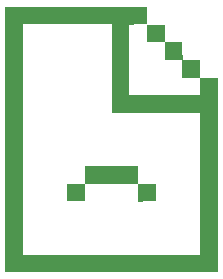
<source format=gbr>
%TF.GenerationSoftware,KiCad,Pcbnew,8.0.6*%
%TF.CreationDate,2024-11-11T17:29:18+03:00*%
%TF.ProjectId,broken-file badge,62726f6b-656e-42d6-9669-6c6520626164,rev?*%
%TF.SameCoordinates,Original*%
%TF.FileFunction,Legend,Top*%
%TF.FilePolarity,Positive*%
%FSLAX46Y46*%
G04 Gerber Fmt 4.6, Leading zero omitted, Abs format (unit mm)*
G04 Created by KiCad (PCBNEW 8.0.6) date 2024-11-11 17:29:18*
%MOMM*%
%LPD*%
G01*
G04 APERTURE LIST*
%ADD10C,0.000000*%
G04 APERTURE END LIST*
D10*
%TO.C,G\u002A\u002A\u002A*%
G36*
X50620902Y-47840000D02*
G01*
X50610000Y-48570000D01*
X49860000Y-48580882D01*
X49110000Y-48591765D01*
X49110000Y-47850882D01*
X49110000Y-47110000D01*
X49870902Y-47110000D01*
X50631804Y-47110000D01*
X50620902Y-47840000D01*
G37*
G36*
X51350000Y-34370000D02*
G01*
X51350000Y-35110000D01*
X50610000Y-35110000D01*
X49870000Y-35110000D01*
X49870000Y-34370000D01*
X49870000Y-33630000D01*
X50610000Y-33630000D01*
X51350000Y-33630000D01*
X51350000Y-34370000D01*
G37*
G36*
X49110000Y-46350000D02*
G01*
X49110000Y-47110000D01*
X46870000Y-47110000D01*
X44630000Y-47110000D01*
X44630000Y-47850000D01*
X44630000Y-48590000D01*
X43870000Y-48590000D01*
X43110000Y-48590000D01*
X43110000Y-47850000D01*
X43110000Y-47110000D01*
X43870000Y-47110000D01*
X44630000Y-47110000D01*
X44630000Y-46350000D01*
X44630000Y-45590000D01*
X46870000Y-45590000D01*
X49110000Y-45590000D01*
X49110000Y-46350000D01*
G37*
G36*
X52870000Y-35850000D02*
G01*
X52870550Y-36111045D01*
X52872867Y-36302695D01*
X52877954Y-36435549D01*
X52886812Y-36520209D01*
X52900440Y-36567274D01*
X52919842Y-36587346D01*
X52940000Y-36591089D01*
X53002080Y-36591501D01*
X53129191Y-36591946D01*
X53306361Y-36592385D01*
X53518619Y-36592779D01*
X53680000Y-36593007D01*
X54350000Y-36593835D01*
X54350000Y-37351917D01*
X54350000Y-38110000D01*
X53610000Y-38110000D01*
X52870000Y-38110000D01*
X52870000Y-37350000D01*
X52870000Y-36590000D01*
X52110000Y-36590000D01*
X51350000Y-36590000D01*
X51350000Y-35850000D01*
X51350000Y-35110000D01*
X52110000Y-35110000D01*
X52870000Y-35110000D01*
X52870000Y-35850000D01*
G37*
G36*
X49870000Y-32849117D02*
G01*
X49870000Y-33588234D01*
X49120000Y-33599117D01*
X48370000Y-33610000D01*
X48359745Y-36600000D01*
X48349490Y-39590000D01*
X51349745Y-39590000D01*
X54350000Y-39590000D01*
X54350000Y-38850000D01*
X54350000Y-38110000D01*
X55110000Y-38110000D01*
X55870000Y-38110000D01*
X55870000Y-46350000D01*
X55870000Y-54590000D01*
X46870000Y-54590000D01*
X37870000Y-54590000D01*
X37870000Y-53110000D01*
X39390000Y-53110000D01*
X46870000Y-53110000D01*
X54350000Y-53110000D01*
X54350000Y-47110000D01*
X54350000Y-41110000D01*
X50610000Y-41110000D01*
X46870000Y-41110000D01*
X46870000Y-37350000D01*
X46870000Y-33590000D01*
X43130000Y-33590000D01*
X39390000Y-33590000D01*
X39390000Y-43350000D01*
X39390000Y-53110000D01*
X37870000Y-53110000D01*
X37870000Y-43350000D01*
X37870000Y-32110000D01*
X43870000Y-32110000D01*
X49870000Y-32110000D01*
X49870000Y-32849117D01*
G37*
%TD*%
M02*

</source>
